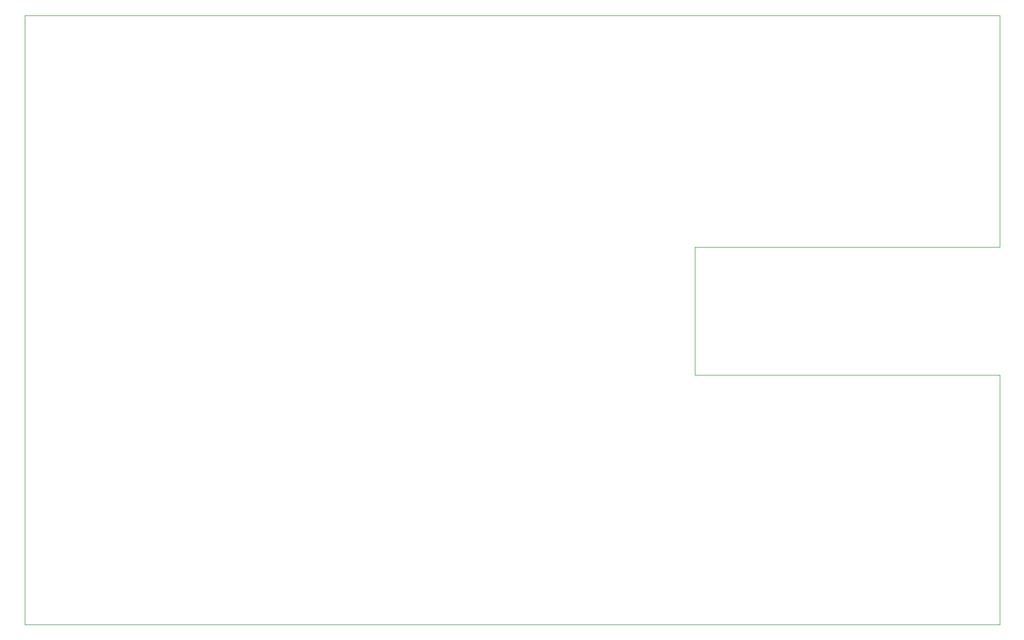
<source format=gm1>
G04 #@! TF.GenerationSoftware,KiCad,Pcbnew,(6.0.0)*
G04 #@! TF.CreationDate,2022-07-08T19:13:57+08:00*
G04 #@! TF.ProjectId,kirdy,6b697264-792e-46b6-9963-61645f706362,rev?*
G04 #@! TF.SameCoordinates,Original*
G04 #@! TF.FileFunction,Profile,NP*
%FSLAX46Y46*%
G04 Gerber Fmt 4.6, Leading zero omitted, Abs format (unit mm)*
G04 Created by KiCad (PCBNEW (6.0.0)) date 2022-07-08 19:13:57*
%MOMM*%
%LPD*%
G01*
G04 APERTURE LIST*
G04 #@! TA.AperFunction,Profile*
%ADD10C,0.100000*%
G04 #@! TD*
G04 APERTURE END LIST*
D10*
X110000000Y-59000000D02*
X160000000Y-59000000D01*
X0Y-100000000D02*
X160000000Y-100000000D01*
X160000000Y-59000000D02*
X160000000Y-100000000D01*
X0Y0D02*
X0Y-100000000D01*
X160000000Y-38000000D02*
X160000000Y0D01*
X110000000Y-38000000D02*
X110000000Y-59000000D01*
X160000000Y0D02*
X0Y0D01*
X160000000Y-38000000D02*
X110000000Y-38000000D01*
M02*

</source>
